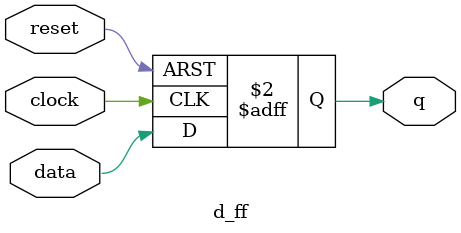
<source format=v>
module d_ff(
  input wire data,
  input wire clock,
  input wire reset,
  output reg q
    );

always @(posedge clock or posedge reset)
if (reset) begin
  q <= 1'b0;
end else begin
  q <= data;
end

endmodule
</source>
